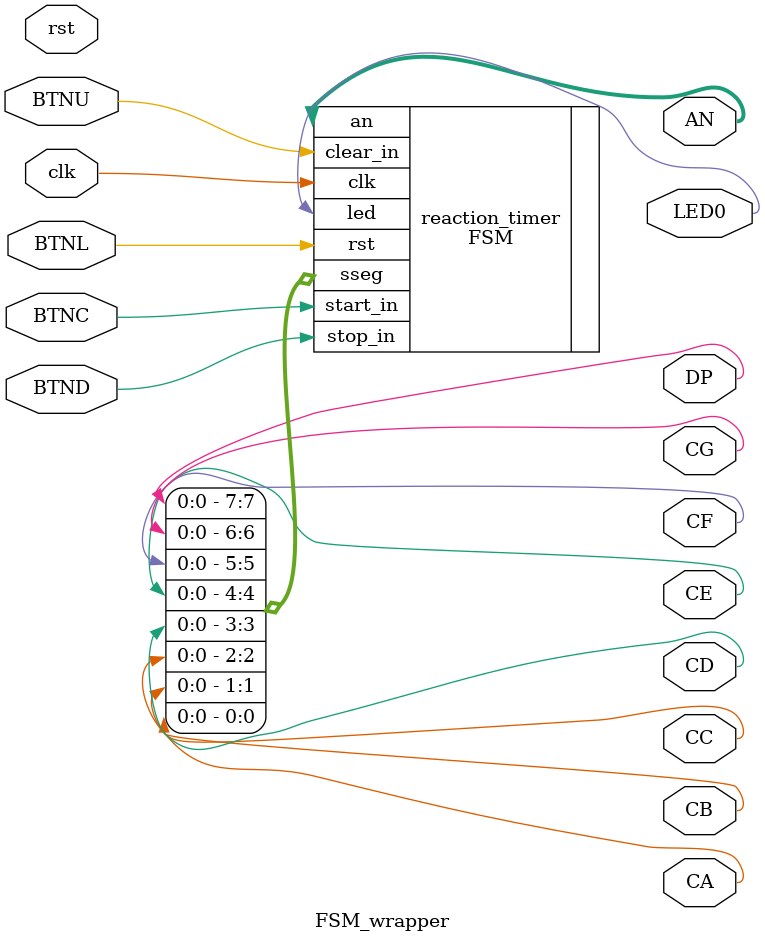
<source format=sv>
`timescale 1ns / 1ps

module FSM_wrapper(
    input logic clk,
    input logic rst,
    input logic BTNU, BTNC, BTND, BTNL,
    output logic DP, CG, CF, CE, CD, CC, CB, CA, 
    output logic [7:0] AN,
    output logic LED0
    );
    
    FSM reaction_timer(
    .clk(clk),
    .rst(BTNL),
    .start_in(BTNC),
    .stop_in(BTND),
    .clear_in(BTNU),
    .sseg({DP, CG, CF, CE, CD, CC, CB, CA}),
    .an(AN),
    .led(LED0)
    );
    
endmodule

</source>
